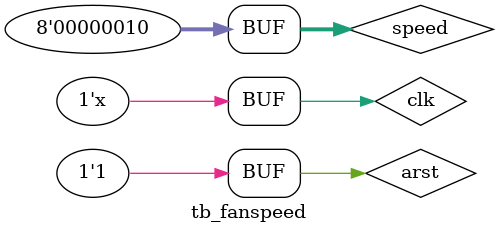
<source format=v>
`timescale 1ns / 1ps


module tb_fanspeed;

	// Inputs
	reg arst;
	reg clk;
	reg [7:0] speed;

	// Outputs
	wire pwm_data;

	// Instantiate the Unit Under Test (UUT)
	FanSpeed uut (
		.arst(arst), 
		.clk(clk), 
		.speed(speed), 
		.pwm_data(pwm_data)
	);
      
		initial
			begin
			arst <= 0 ; 
			speed <= 8'b00000010 ; 
         #0.1
			arst <= 1 ; 
			end
			
		initial 
			begin
				#0.1
				clk = 1'b0 ;
				#51.2 ;
			end
			
			always
				#0.1 clk = ~ clk ; 
	      
endmodule


</source>
